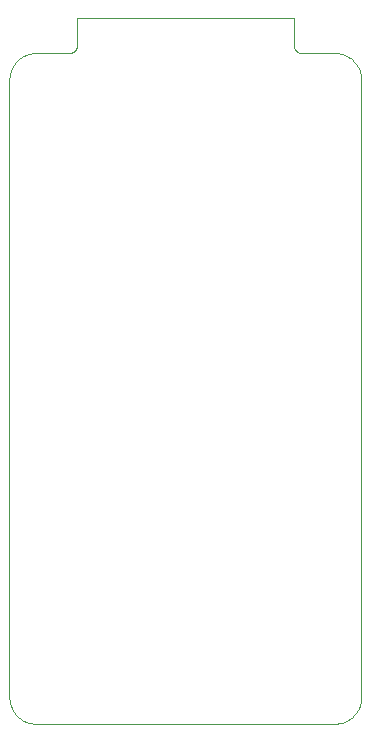
<source format=gbr>
G04 #@! TF.GenerationSoftware,KiCad,Pcbnew,(5.1.0)-1*
G04 #@! TF.CreationDate,2020-11-16T17:40:52+00:00*
G04 #@! TF.ProjectId,Jam Jar Solar PCB,4a616d20-4a61-4722-9053-6f6c61722050,rev?*
G04 #@! TF.SameCoordinates,Original*
G04 #@! TF.FileFunction,Profile,NP*
%FSLAX46Y46*%
G04 Gerber Fmt 4.6, Leading zero omitted, Abs format (unit mm)*
G04 Created by KiCad (PCBNEW (5.1.0)-1) date 2020-11-16 17:40:52*
%MOMM*%
%LPD*%
G04 APERTURE LIST*
%ADD10C,0.100000*%
G04 APERTURE END LIST*
D10*
X171715429Y-26756019D02*
X171715429Y-29074745D01*
X171715429Y-29074745D02*
X171712122Y-29140494D01*
X171712122Y-29140494D02*
X171702438Y-29204338D01*
X171702438Y-29204338D02*
X171686696Y-29265880D01*
X171686696Y-29265880D02*
X171665185Y-29324882D01*
X171665185Y-29324882D02*
X171638251Y-29380947D01*
X171638251Y-29380947D02*
X171606210Y-29433837D01*
X171606210Y-29433837D02*
X171569380Y-29483182D01*
X171569380Y-29483182D02*
X171528052Y-29528663D01*
X171528052Y-29528663D02*
X171482543Y-29569991D01*
X171482543Y-29569991D02*
X171433199Y-29606848D01*
X171433199Y-29606848D02*
X171380335Y-29638889D01*
X171380335Y-29638889D02*
X171324243Y-29665823D01*
X171324243Y-29665823D02*
X171265268Y-29687307D01*
X171265268Y-29687307D02*
X171203699Y-29703050D01*
X171203699Y-29703050D02*
X171139882Y-29712734D01*
X171139882Y-29712734D02*
X171074107Y-29716041D01*
X171074107Y-29716041D02*
X170919087Y-29716041D01*
X170919087Y-29716041D02*
X170764042Y-29716041D01*
X170764042Y-29716041D02*
X168255689Y-29716041D01*
X168255689Y-29716041D02*
X168139617Y-29718952D01*
X168139617Y-29718952D02*
X168025105Y-29727603D01*
X168025105Y-29727603D02*
X167912287Y-29741864D01*
X167912287Y-29741864D02*
X167801321Y-29761576D01*
X167801321Y-29761576D02*
X167692339Y-29786605D01*
X167692339Y-29786605D02*
X167585474Y-29816821D01*
X167585474Y-29816821D02*
X167480884Y-29852063D01*
X167480884Y-29852063D02*
X167378649Y-29892227D01*
X167378649Y-29892227D02*
X167278981Y-29937153D01*
X167278981Y-29937153D02*
X167181985Y-29986710D01*
X167181985Y-29986710D02*
X167087793Y-30040737D01*
X167087793Y-30040737D02*
X166996565Y-30099104D01*
X166996565Y-30099104D02*
X166908433Y-30161705D01*
X166908433Y-30161705D02*
X166823528Y-30228353D01*
X166823528Y-30228353D02*
X166742010Y-30298917D01*
X166742010Y-30298917D02*
X166663984Y-30373292D01*
X166663984Y-30373292D02*
X166589610Y-30451317D01*
X166589610Y-30451317D02*
X166519046Y-30532862D01*
X166519046Y-30532862D02*
X166452371Y-30617740D01*
X166452371Y-30617740D02*
X166389797Y-30705899D01*
X166389797Y-30705899D02*
X166331430Y-30797127D01*
X166331430Y-30797127D02*
X166277376Y-30891292D01*
X166277376Y-30891292D02*
X166227846Y-30988288D01*
X166227846Y-30988288D02*
X166182919Y-31087983D01*
X166182919Y-31087983D02*
X166142756Y-31190192D01*
X166142756Y-31190192D02*
X166107513Y-31294781D01*
X166107513Y-31294781D02*
X166077298Y-31401647D01*
X166077298Y-31401647D02*
X166052268Y-31510655D01*
X166052268Y-31510655D02*
X166032557Y-31621621D01*
X166032557Y-31621621D02*
X166018296Y-31734413D01*
X166018296Y-31734413D02*
X166009644Y-31848924D01*
X166009644Y-31848924D02*
X166006734Y-31964997D01*
X166006734Y-31964997D02*
X166006734Y-84252127D01*
X166006734Y-84252127D02*
X166009644Y-84368279D01*
X166009644Y-84368279D02*
X166018296Y-84482844D01*
X166018296Y-84482844D02*
X166032557Y-84595556D01*
X166032557Y-84595556D02*
X166052268Y-84706416D01*
X166052268Y-84706416D02*
X166077298Y-84815424D01*
X166077298Y-84815424D02*
X166107513Y-84922316D01*
X166107513Y-84922316D02*
X166142756Y-85027091D01*
X166142756Y-85027091D02*
X166182919Y-85129220D01*
X166182919Y-85129220D02*
X166227846Y-85228968D01*
X166227846Y-85228968D02*
X166277376Y-85325805D01*
X166277376Y-85325805D02*
X166331430Y-85419997D01*
X166331430Y-85419997D02*
X166389797Y-85511278D01*
X166389797Y-85511278D02*
X166452371Y-85599384D01*
X166452371Y-85599384D02*
X166519046Y-85684315D01*
X166519046Y-85684315D02*
X166589610Y-85765807D01*
X166589610Y-85765807D02*
X166663984Y-85843859D01*
X166663984Y-85843859D02*
X166742010Y-85918206D01*
X166742010Y-85918206D02*
X166823528Y-85988850D01*
X166823528Y-85988850D02*
X166908433Y-86055525D01*
X166908433Y-86055525D02*
X166996565Y-86117967D01*
X166996565Y-86117967D02*
X167087793Y-86176439D01*
X167087793Y-86176439D02*
X167181985Y-86230414D01*
X167181985Y-86230414D02*
X167278981Y-86279891D01*
X167278981Y-86279891D02*
X167378649Y-86324870D01*
X167378649Y-86324870D02*
X167480884Y-86365087D01*
X167480884Y-86365087D02*
X167585474Y-86400277D01*
X167585474Y-86400277D02*
X167692339Y-86430439D01*
X167692339Y-86430439D02*
X167801321Y-86455574D01*
X167801321Y-86455574D02*
X167912287Y-86475418D01*
X167912287Y-86475418D02*
X168025105Y-86489441D01*
X168025105Y-86489441D02*
X168139617Y-86498172D01*
X168139617Y-86498172D02*
X168255689Y-86501083D01*
X168255689Y-86501083D02*
X193542521Y-86501083D01*
X193542521Y-86501083D02*
X193658673Y-86498172D01*
X193658673Y-86498172D02*
X193772973Y-86489441D01*
X193772973Y-86489441D02*
X193885950Y-86475418D01*
X193885950Y-86475418D02*
X193996810Y-86455574D01*
X193996810Y-86455574D02*
X194105819Y-86430439D01*
X194105819Y-86430439D02*
X194212710Y-86400277D01*
X194212710Y-86400277D02*
X194317220Y-86365087D01*
X194317220Y-86365087D02*
X194419614Y-86324870D01*
X194419614Y-86324870D02*
X194519097Y-86279891D01*
X194519097Y-86279891D02*
X194616199Y-86230414D01*
X194616199Y-86230414D02*
X194710391Y-86176439D01*
X194710391Y-86176439D02*
X194801672Y-86117967D01*
X194801672Y-86117967D02*
X194889778Y-86055525D01*
X194889778Y-86055525D02*
X194974709Y-85988850D01*
X194974709Y-85988850D02*
X195056201Y-85918206D01*
X195056201Y-85918206D02*
X195134253Y-85843859D01*
X195134253Y-85843859D02*
X195208601Y-85765807D01*
X195208601Y-85765807D02*
X195279244Y-85684315D01*
X195279244Y-85684315D02*
X195345655Y-85599384D01*
X195345655Y-85599384D02*
X195408361Y-85511278D01*
X195408361Y-85511278D02*
X195466834Y-85419997D01*
X195466834Y-85419997D02*
X195520809Y-85325805D01*
X195520809Y-85325805D02*
X195570286Y-85228968D01*
X195570286Y-85228968D02*
X195615265Y-85129220D01*
X195615265Y-85129220D02*
X195655481Y-85027091D01*
X195655481Y-85027091D02*
X195690671Y-84922316D01*
X195690671Y-84922316D02*
X195720833Y-84815424D01*
X195720833Y-84815424D02*
X195745969Y-84706416D01*
X195745969Y-84706416D02*
X195765548Y-84595556D01*
X195765548Y-84595556D02*
X195779835Y-84482844D01*
X195779835Y-84482844D02*
X195788567Y-84368279D01*
X195788567Y-84368279D02*
X195791477Y-84252127D01*
X195791477Y-84252127D02*
X195791477Y-31964997D01*
X195791477Y-31964997D02*
X195788567Y-31848924D01*
X195788567Y-31848924D02*
X195779835Y-31734413D01*
X195779835Y-31734413D02*
X195765548Y-31621621D01*
X195765548Y-31621621D02*
X195745969Y-31510655D01*
X195745969Y-31510655D02*
X195720833Y-31401647D01*
X195720833Y-31401647D02*
X195690671Y-31294781D01*
X195690671Y-31294781D02*
X195655481Y-31190192D01*
X195655481Y-31190192D02*
X195615265Y-31087983D01*
X195615265Y-31087983D02*
X195570286Y-30988288D01*
X195570286Y-30988288D02*
X195520809Y-30891292D01*
X195520809Y-30891292D02*
X195466834Y-30797127D01*
X195466834Y-30797127D02*
X195408361Y-30705899D01*
X195408361Y-30705899D02*
X195345655Y-30617740D01*
X195345655Y-30617740D02*
X195279244Y-30532862D01*
X195279244Y-30532862D02*
X195208601Y-30451317D01*
X195208601Y-30451317D02*
X195134253Y-30373292D01*
X195134253Y-30373292D02*
X195056201Y-30298917D01*
X195056201Y-30298917D02*
X194974709Y-30228353D01*
X194974709Y-30228353D02*
X194889778Y-30161705D01*
X194889778Y-30161705D02*
X194801672Y-30099104D01*
X194801672Y-30099104D02*
X194710391Y-30040737D01*
X194710391Y-30040737D02*
X194616199Y-29986710D01*
X194616199Y-29986710D02*
X194519097Y-29937153D01*
X194519097Y-29937153D02*
X194419614Y-29892227D01*
X194419614Y-29892227D02*
X194317220Y-29852063D01*
X194317220Y-29852063D02*
X194212710Y-29816821D01*
X194212710Y-29816821D02*
X194105819Y-29786605D01*
X194105819Y-29786605D02*
X193996810Y-29761576D01*
X193996810Y-29761576D02*
X193885950Y-29741864D01*
X193885950Y-29741864D02*
X193772973Y-29727603D01*
X193772973Y-29727603D02*
X193658673Y-29718952D01*
X193658673Y-29718952D02*
X193542521Y-29716041D01*
X193542521Y-29716041D02*
X191034010Y-29716041D01*
X191034010Y-29716041D02*
X190878964Y-29716041D01*
X190878964Y-29716041D02*
X190724183Y-29716041D01*
X190724183Y-29716041D02*
X190658302Y-29712734D01*
X190658302Y-29712734D02*
X190594538Y-29703050D01*
X190594538Y-29703050D02*
X190532890Y-29687307D01*
X190532890Y-29687307D02*
X190473888Y-29665823D01*
X190473888Y-29665823D02*
X190417796Y-29638889D01*
X190417796Y-29638889D02*
X190364880Y-29606848D01*
X190364880Y-29606848D02*
X190315667Y-29569991D01*
X190315667Y-29569991D02*
X190270159Y-29528663D01*
X190270159Y-29528663D02*
X190228884Y-29483182D01*
X190228884Y-29483182D02*
X190191842Y-29433837D01*
X190191842Y-29433837D02*
X190159828Y-29380947D01*
X190159828Y-29380947D02*
X190133105Y-29324882D01*
X190133105Y-29324882D02*
X190111409Y-29265880D01*
X190111409Y-29265880D02*
X190095799Y-29204338D01*
X190095799Y-29204338D02*
X190086009Y-29140494D01*
X190086009Y-29140494D02*
X190082834Y-29074745D01*
X190082834Y-29074745D02*
X190082834Y-26756019D01*
X190082834Y-26756019D02*
X171715429Y-26756019D01*
X171715429Y-26756019D02*
X171715429Y-26756019D01*
M02*

</source>
